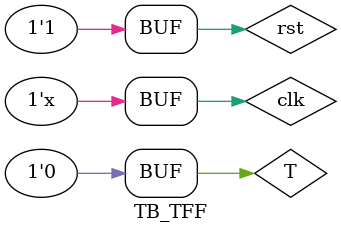
<source format=v>
`timescale 1ns / 1ps


module TB_TFF();

reg clk, rst, T;
wire Q;

TFF u0(clk, rst, T, Q);

initial begin
    clk <= 0;
    rst <= 1;
    #10 rst <= 0;
    #10 rst <= 1;
    #80 T <= 0;
    #100 T <= 1;
    #80 T <= 0;
    #100 T <= 1;
    #80 T <= 0;
    #100 T <= 1;
    #80 T <= 0;
end

always begin
    #5 clk <= ~clk;
end

endmodule

</source>
